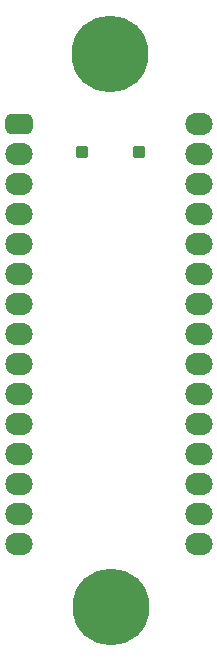
<source format=gbs>
G04 #@! TF.GenerationSoftware,KiCad,Pcbnew,6.0.1-79c1e3a40b~116~ubuntu20.04.1*
G04 #@! TF.CreationDate,2022-01-18T16:33:52+01:00*
G04 #@! TF.ProjectId,Nano_GPIB,4e616e6f-5f47-4504-9942-2e6b69636164,rev?*
G04 #@! TF.SameCoordinates,Original*
G04 #@! TF.FileFunction,Soldermask,Bot*
G04 #@! TF.FilePolarity,Negative*
%FSLAX46Y46*%
G04 Gerber Fmt 4.6, Leading zero omitted, Abs format (unit mm)*
G04 Created by KiCad (PCBNEW 6.0.1-79c1e3a40b~116~ubuntu20.04.1) date 2022-01-18 16:33:52*
%MOMM*%
%LPD*%
G01*
G04 APERTURE LIST*
G04 Aperture macros list*
%AMRoundRect*
0 Rectangle with rounded corners*
0 $1 Rounding radius*
0 $2 $3 $4 $5 $6 $7 $8 $9 X,Y pos of 4 corners*
0 Add a 4 corners polygon primitive as box body*
4,1,4,$2,$3,$4,$5,$6,$7,$8,$9,$2,$3,0*
0 Add four circle primitives for the rounded corners*
1,1,$1+$1,$2,$3*
1,1,$1+$1,$4,$5*
1,1,$1+$1,$6,$7*
1,1,$1+$1,$8,$9*
0 Add four rect primitives between the rounded corners*
20,1,$1+$1,$2,$3,$4,$5,0*
20,1,$1+$1,$4,$5,$6,$7,0*
20,1,$1+$1,$6,$7,$8,$9,0*
20,1,$1+$1,$8,$9,$2,$3,0*%
G04 Aperture macros list end*
%ADD10RoundRect,0.051000X0.425000X0.425000X-0.425000X0.425000X-0.425000X-0.425000X0.425000X-0.425000X0*%
%ADD11RoundRect,0.451000X-0.700000X-0.400000X0.700000X-0.400000X0.700000X0.400000X-0.700000X0.400000X0*%
%ADD12O,2.302000X1.902000*%
%ADD13C,6.502000*%
%ADD14C,0.902000*%
G04 APERTURE END LIST*
D10*
X101773739Y-87248447D03*
D11*
X96433300Y-84899000D03*
D12*
X96433300Y-87439000D03*
X96433300Y-89979000D03*
X96433300Y-92519000D03*
X96433300Y-95059000D03*
X96433300Y-97599000D03*
X96433300Y-100139000D03*
X96433300Y-102679000D03*
X96433300Y-105219000D03*
X96433300Y-107759000D03*
X96433300Y-110299000D03*
X96433300Y-112839000D03*
X96433300Y-115379000D03*
X96433300Y-117919000D03*
X96433300Y-120459000D03*
X111673300Y-120459000D03*
X111673300Y-117919000D03*
X111673300Y-115379000D03*
X111673300Y-112839000D03*
X111673300Y-110299000D03*
X111673300Y-107759000D03*
X111673300Y-105219000D03*
X111673300Y-102679000D03*
X111673300Y-100139000D03*
X111673300Y-97599000D03*
X111673300Y-95059000D03*
X111673300Y-92519000D03*
X111673300Y-89979000D03*
X111673300Y-87439000D03*
X111673300Y-84899000D03*
D13*
X104175300Y-78961000D03*
D14*
X104175300Y-81361000D03*
X102478244Y-77263944D03*
X106575300Y-78961000D03*
X105872356Y-80658056D03*
X104175300Y-76561000D03*
X105872356Y-77263944D03*
X101775300Y-78961000D03*
X102478244Y-80658056D03*
X101825300Y-125741000D03*
X102528244Y-127438056D03*
X102528244Y-124043944D03*
X106625300Y-125741000D03*
X105922356Y-124043944D03*
X104225300Y-123341000D03*
X105922356Y-127438056D03*
X104225300Y-128141000D03*
D13*
X104225300Y-125741000D03*
D10*
X106583739Y-87188447D03*
M02*

</source>
